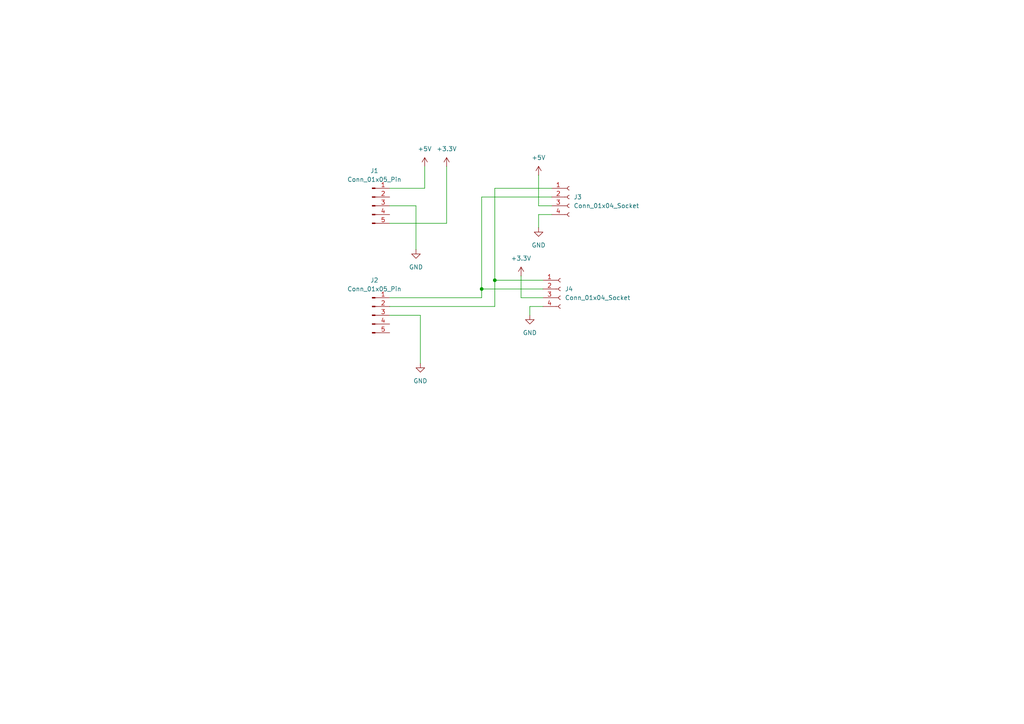
<source format=kicad_sch>
(kicad_sch (version 20231120) (generator "eeschema") (generator_version "8.0")
  (paper "A4")
  (lib_symbols
    (symbol "Connector:Conn_01x04_Socket" (pin_names (offset 1.016) hide)
      (property "Reference" "J" (at 0 5.08 0))
      (property "Value" "Conn_01x04_Socket" (at 0 -7.62 0))
      (symbol "Conn_01x04_Socket_1_1"
        (arc (start 0 -4.572) (mid -0.5058 -5.08) (end 0 -5.588) (stroke (width 0.1524)))
        (arc (start 0 -2.032) (mid -0.5058 -2.54) (end 0 -3.048) (stroke (width 0.1524)))
        (polyline (pts (xy -1.27 -5.08) (xy -0.508 -5.08)) (stroke (width 0.1524)))
        (polyline (pts (xy -1.27 -2.54) (xy -0.508 -2.54)) (stroke (width 0.1524)))
        (polyline (pts (xy -1.27 0) (xy -0.508 0)) (stroke (width 0.1524)))
        (polyline (pts (xy -1.27 2.54) (xy -0.508 2.54)) (stroke (width 0.1524)))
        (arc (start 0 0.508) (mid -0.5058 0) (end 0 -0.508) (stroke (width 0.1524)))
        (arc (start 0 3.048) (mid -0.5058 2.54) (end 0 2.032) (stroke (width 0.1524)))
        (pin passive line (at -5.08 2.54 0) (length 3.81) (name "Pin_1") (number "1"))
        (pin passive line (at -5.08 0 0) (length 3.81) (name "Pin_2") (number "2"))
        (pin passive line (at -5.08 -2.54 0) (length 3.81) (name "Pin_3") (number "3"))
        (pin passive line (at -5.08 -5.08 0) (length 3.81) (name "Pin_4") (number "4"))
      )
    )
    (symbol "Connector:Conn_01x05_Pin" (pin_names (offset 1.016) hide)
      (property "Reference" "J" (at 0 7.62 0))
      (property "Value" "Conn_01x05_Pin" (at 0 -7.62 0))
      (symbol "Conn_01x05_Pin_1_1"
        (polyline (pts (xy 1.27 -5.08) (xy 0.8636 -5.08)) (stroke (width 0.1524)))
        (polyline (pts (xy 1.27 -2.54) (xy 0.8636 -2.54)) (stroke (width 0.1524)))
        (polyline (pts (xy 1.27 0) (xy 0.8636 0)) (stroke (width 0.1524)))
        (polyline (pts (xy 1.27 2.54) (xy 0.8636 2.54)) (stroke (width 0.1524)))
        (polyline (pts (xy 1.27 5.08) (xy 0.8636 5.08)) (stroke (width 0.1524)))
        (rectangle (start 0.8636 -4.953) (end 0 -5.207) (stroke (width 0.1524)) (fill (type outline)))
        (rectangle (start 0.8636 -2.413) (end 0 -2.667) (stroke (width 0.1524)) (fill (type outline)))
        (rectangle (start 0.8636 0.127) (end 0 -0.127) (stroke (width 0.1524)) (fill (type outline)))
        (rectangle (start 0.8636 2.667) (end 0 2.413) (stroke (width 0.1524)) (fill (type outline)))
        (rectangle (start 0.8636 5.207) (end 0 4.953) (stroke (width 0.1524)) (fill (type outline)))
        (pin passive line (at 5.08 5.08 180) (length 3.81) (name "Pin_1") (number "1"))
        (pin passive line (at 5.08 2.54 180) (length 3.81) (name "Pin_2") (number "2"))
        (pin passive line (at 5.08 0 180) (length 3.81) (name "Pin_3") (number "3"))
        (pin passive line (at 5.08 -2.54 180) (length 3.81) (name "Pin_4") (number "4"))
        (pin passive line (at 5.08 -5.08 180) (length 3.81) (name "Pin_5") (number "5"))
      )
    )
    (symbol "power:+3.3V" (power) (pin_numbers hide) (pin_names (offset 0) hide)
      (property "Value" "+3.3V" (at 0 3.556 0))
      (symbol "+3.3V_0_1"
        (polyline (pts (xy -0.762 1.27) (xy 0 2.54)))
        (polyline (pts (xy 0 0) (xy 0 2.54)))
        (polyline (pts (xy 0 2.54) (xy 0.762 1.27)))
      )
      (symbol "+3.3V_1_1"
        (pin power_in line (at 0 0 90) (length 0) (name "~") (number "1"))
      )
    )
    (symbol "power:+5V" (power) (pin_numbers hide) (pin_names (offset 0) hide)
      (property "Value" "+5V" (at 0 3.556 0))
      (symbol "+5V_0_1"
        (polyline (pts (xy -0.762 1.27) (xy 0 2.54)))
        (polyline (pts (xy 0 0) (xy 0 2.54)))
        (polyline (pts (xy 0 2.54) (xy 0.762 1.27)))
      )
      (symbol "+5V_1_1"
        (pin power_in line (at 0 0 90) (length 0) (name "~") (number "1"))
      )
    )
    (symbol "power:GND" (power) (pin_numbers hide) (pin_names (offset 0) hide)
      (property "Value" "GND" (at 0 -3.81 0))
      (symbol "GND_0_1"
        (polyline (pts (xy 0 0) (xy 0 -1.27) (xy 1.27 -1.27) (xy 0 -2.54) (xy -1.27 -1.27) (xy 0 -1.27)))
      )
      (symbol "GND_1_1"
        (pin power_in line (at 0 0 270) (length 0) (name "~") (number "1"))
      )
    )
  )
  (junction (at 139.7 83.82))
  (junction (at 143.51 81.28))
  (wire (pts (xy 160.02 62.23) (xy 156.21 62.23)))
  (wire (pts (xy 113.03 64.77) (xy 129.54 64.77)))
  (wire (pts (xy 143.51 88.9) (xy 143.51 81.28)))
  (wire (pts (xy 139.7 83.82) (xy 157.48 83.82)))
  (wire (pts (xy 160.02 59.69) (xy 156.21 59.69)))
  (wire (pts (xy 121.92 91.44) (xy 121.92 105.41)))
  (wire (pts (xy 153.67 88.9) (xy 153.67 91.44)))
  (wire (pts (xy 113.03 54.61) (xy 123.19 54.61)))
  (wire (pts (xy 113.03 86.36) (xy 139.7 86.36)))
  (wire (pts (xy 157.48 88.9) (xy 153.67 88.9)))
  (wire (pts (xy 139.7 57.15) (xy 160.02 57.15)))
  (wire (pts (xy 123.19 54.61) (xy 123.19 48.26)))
  (wire (pts (xy 129.54 64.77) (xy 129.54 48.26)))
  (wire (pts (xy 156.21 62.23) (xy 156.21 66.04)))
  (wire (pts (xy 139.7 86.36) (xy 139.7 83.82)))
  (wire (pts (xy 143.51 54.61) (xy 160.02 54.61)))
  (wire (pts (xy 113.03 91.44) (xy 121.92 91.44)))
  (wire (pts (xy 120.65 59.69) (xy 120.65 72.39)))
  (wire (pts (xy 143.51 81.28) (xy 143.51 54.61)))
  (wire (pts (xy 139.7 83.82) (xy 139.7 57.15)))
  (wire (pts (xy 113.03 88.9) (xy 143.51 88.9)))
  (wire (pts (xy 143.51 81.28) (xy 157.48 81.28)))
  (wire (pts (xy 156.21 59.69) (xy 156.21 50.8)))
  (wire (pts (xy 151.13 86.36) (xy 151.13 80.01)))
  (wire (pts (xy 113.03 59.69) (xy 120.65 59.69)))
  (wire (pts (xy 157.48 86.36) (xy 151.13 86.36)))
  (symbol (lib_id "Connector:Conn_01x05_Pin") (at 107.95 91.44 0) (unit 1)
    (property "Reference" "J2" (at 108.585 81.28 0))
    (property "Value" "Conn_01x05_Pin" (at 108.585 83.82 0))
    (property "Footprint" "Connector_PinHeader_2.54mm:PinHeader_1x05_P2.54mm_Vertical" (effects (hide yes)))
    (property "Description" "Generic connector, single row, 01x05, script generated" (effects (hide yes)))
  )
  (symbol (lib_id "power:+3.3V") (at 151.13 80.01 0) (unit 1)
    (property "Reference" "#PWR07" (effects (hide yes)))
    (property "Value" "+3.3V" (at 151.13 74.93 0))
    (property "Description" "Power symbol creates a global label with name \"+3.3V\"" (effects (hide yes)))
  )
  (symbol (lib_id "Connector:Conn_01x04_Socket") (at 162.56 83.82 0) (unit 1)
    (property "Reference" "J4" (at 163.83 83.8199 0) (effects (justify left)))
    (property "Value" "Conn_01x04_Socket" (at 163.83 86.3599 0) (effects (justify left)))
    (property "Footprint" "Connector_JST:JST_SUR_SM03B-SURS-TF_1x03-1MP_P0.80mm_Horizontal" (effects (hide yes)))
    (property "Description" "Generic connector, single row, 01x04, script generated" (effects (hide yes)))
  )
  (symbol (lib_id "power:GND") (at 153.67 91.44 0) (unit 1)
    (property "Reference" "#PWR02" (effects (hide yes)))
    (property "Value" "GND" (at 153.67 96.52 0))
    (property "Description" "Power symbol creates a global label with name \"GND\" , ground" (effects (hide yes)))
  )
  (symbol (lib_id "power:GND") (at 120.65 72.39 0) (unit 1)
    (property "Reference" "#PWR03" (effects (hide yes)))
    (property "Value" "GND" (at 120.65 77.47 0))
    (property "Description" "Power symbol creates a global label with name \"GND\" , ground" (effects (hide yes)))
  )
  (symbol (lib_id "power:+5V") (at 123.19 48.26 0) (unit 1)
    (property "Reference" "#PWR04" (effects (hide yes)))
    (property "Value" "+5V" (at 123.19 43.18 0))
    (property "Description" "Power symbol creates a global label with name \"+5V\"" (effects (hide yes)))
  )
  (symbol (lib_id "power:+3.3V") (at 129.54 48.26 0) (unit 1)
    (property "Reference" "#PWR06" (effects (hide yes)))
    (property "Value" "+3.3V" (at 129.54 43.18 0))
    (property "Description" "Power symbol creates a global label with name \"+3.3V\"" (effects (hide yes)))
  )
  (symbol (lib_id "Connector:Conn_01x05_Pin") (at 107.95 59.69 0) (unit 1)
    (property "Reference" "J1" (at 108.585 49.53 0))
    (property "Value" "Conn_01x05_Pin" (at 108.585 52.07 0))
    (property "Footprint" "Connector_PinHeader_2.54mm:PinHeader_1x05_P2.54mm_Vertical" (effects (hide yes)))
    (property "Description" "Generic connector, single row, 01x05, script generated" (effects (hide yes)))
  )
  (symbol (lib_id "power:+5V") (at 156.21 50.8 0) (unit 1)
    (property "Reference" "#PWR05" (effects (hide yes)))
    (property "Value" "+5V" (at 156.21 45.72 0))
    (property "Description" "Power symbol creates a global label with name \"+5V\"" (effects (hide yes)))
  )
  (symbol (lib_id "Connector:Conn_01x04_Socket") (at 165.1 57.15 0) (unit 1)
    (property "Reference" "J3" (at 166.37 57.1499 0) (effects (justify left)))
    (property "Value" "Conn_01x04_Socket" (at 166.37 59.6899 0) (effects (justify left)))
    (property "Footprint" "Connector_JST:JST_SUR_SM03B-SURS-TF_1x03-1MP_P0.80mm_Horizontal" (effects (hide yes)))
    (property "Description" "Generic connector, single row, 01x04, script generated" (effects (hide yes)))
  )
  (symbol (lib_id "power:GND") (at 156.21 66.04 0) (unit 1)
    (property "Reference" "#PWR01" (effects (hide yes)))
    (property "Value" "GND" (at 156.21 71.12 0))
    (property "Description" "Power symbol creates a global label with name \"GND\" , ground" (effects (hide yes)))
  )
  (symbol (lib_id "power:GND") (at 121.92 105.41 0) (unit 1)
    (property "Reference" "#PWR08" (effects (hide yes)))
    (property "Value" "GND" (at 121.92 110.49 0))
    (property "Description" "Power symbol creates a global label with name \"GND\" , ground" (effects (hide yes)))
  )
)
</source>
